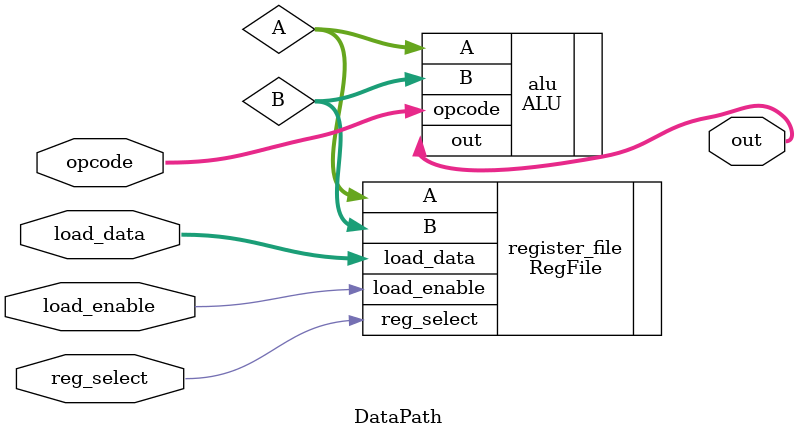
<source format=v>
module DataPath (
    input reg_select,
    input [31:0] load_data,
    input load_enable,
    input [1:0] opcode,
    output [31:0] out
);
    wire [31:0] A, B;

    RegFile register_file(
        .reg_select(reg_select),
        .load_data(load_data),
        .load_enable(load_enable),
        .A(A),
        .B(B)
    );
    ALU alu(
        .A(A),
	    .B(B),
        .opcode(opcode),
        .out(out)
    );
endmodule
</source>
